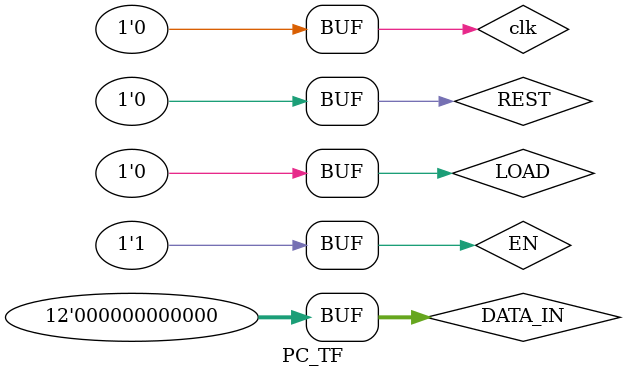
<source format=v>
`timescale 1ns / 1ps


module PC_TF;

	// Inputs
	reg [11:0] DATA_IN;
	reg REST;
	reg clk;
	reg EN;
	reg LOAD;

	// Outputs
	wire [11:0] DATA_OUT;

	// Instantiate the Unit Under Test (UUT)
	PC uut (
		.DATA_IN(DATA_IN), 
		.REST(REST), 
		.clk(clk), 
		.EN(EN), 
		.DATA_OUT(DATA_OUT), 
		.LOAD(LOAD)
	);
	always
	begin
	clk = 1;
	#10;
	clk = 0;
	#10;
	end
	initial begin
		// Initialize Inputs
		DATA_IN = 0;
		REST = 1;
		EN = 0;
		LOAD = 0;
		// Wait 100 ns for global reset to finish
		#20;
		DATA_IN = 12'h006;
		REST = 0;
		EN = 0;
		LOAD = 1;
		// Wait 100 ns for global reset to finish
		#20;
		DATA_IN = 0;
		REST = 0;
		EN = 1;
		LOAD = 0;
		// Wait 100 ns for global reset to finish
		#20;
        
		// Add stimulus here

	end
      
endmodule


</source>
